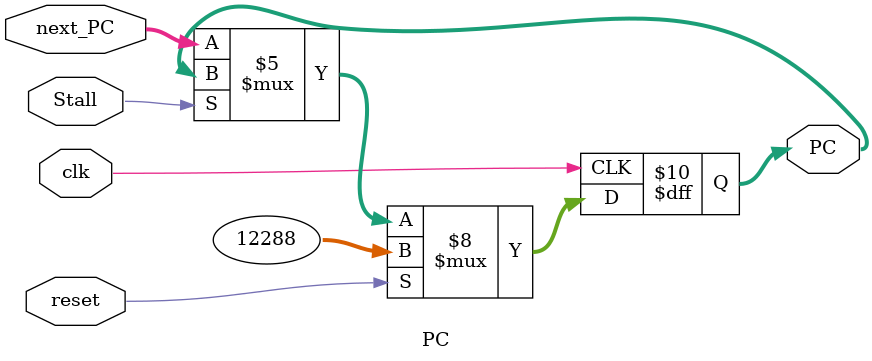
<source format=v>
`timescale 1ns / 1ps
module PC(
    input clk,
    input reset,
    input [31:0] next_PC,
	 input Stall,//Stall=1ÔòPCÍ£ÖÍ
    output reg [31:0] PC
    );
	 
	 initial
	 begin
	    PC=32'h00003000;
	 end
	 
	 always @(posedge clk)
	 begin
	    if(reset==1)
		    PC<=32'h00003000;
		 else if(Stall!=1)
		    PC<=next_PC;
	 end

endmodule

</source>
